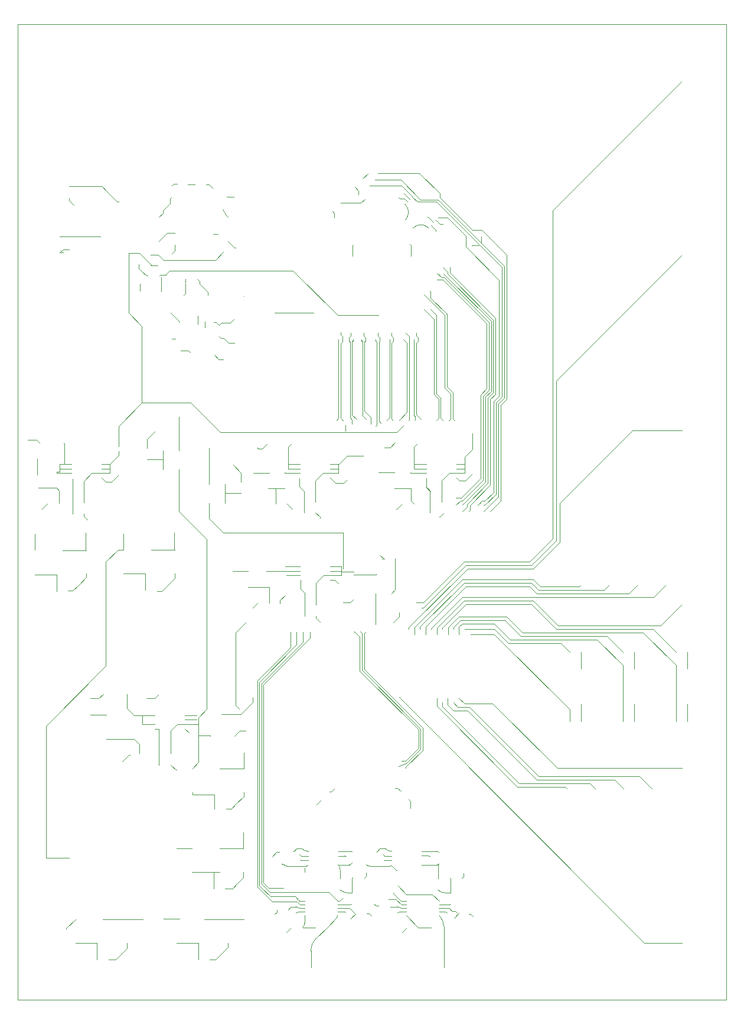
<source format=gbl>
G04 Layer_Physical_Order=4*
G04 Layer_Color=16711680*
%FSLAX23Y23*%
%MOIN*%
G70*
G01*
G75*
D12*
X1931Y1853D02*
Y2046D01*
X1943Y1858D02*
Y2067D01*
X2262Y1418D02*
Y1522D01*
X1931Y1853D02*
X2262Y1522D01*
X2274Y1413D02*
Y1527D01*
X1943Y1858D02*
X2274Y1527D01*
X2286Y1407D02*
Y1532D01*
X1955Y1863D02*
X2286Y1532D01*
X1955Y1863D02*
Y2065D01*
X2408Y4071D02*
X2660Y3819D01*
X2393Y4071D02*
X2408D01*
X2365Y4060D02*
X2366Y4059D01*
X2400D01*
X2648Y3811D01*
X2402Y4094D02*
X2404D01*
X2366Y4096D02*
X2368D01*
X2393Y4071D01*
X2439Y4099D02*
X2696Y3842D01*
Y3414D02*
Y3842D01*
X2668Y3386D02*
X2696Y3414D01*
X2668Y2901D02*
Y3386D01*
X2554Y2787D02*
X2668Y2901D01*
X2554Y2759D02*
Y2787D01*
X2546Y2751D02*
X2554Y2759D01*
X2425Y4093D02*
X2684Y3834D01*
Y3422D02*
Y3834D01*
X2654Y3392D02*
X2684Y3422D01*
X2654Y2911D02*
Y3392D01*
X2537Y2780D02*
Y2794D01*
X2654Y2911D01*
X2510Y2753D02*
X2537Y2780D01*
X2510Y2751D02*
Y2753D01*
X2648Y3445D02*
Y3811D01*
X2612Y3409D02*
X2648Y3445D01*
X2612Y2938D02*
Y3409D01*
X2504Y2830D02*
X2612Y2938D01*
X2472Y2830D02*
X2504D01*
X2660Y3437D02*
Y3819D01*
X2626Y3403D02*
X2660Y3437D01*
X2626Y2929D02*
Y3403D01*
X2510Y2813D02*
X2626Y2929D01*
X2499Y2813D02*
X2510D01*
X2474Y2789D02*
X2499Y2813D01*
X2404Y4094D02*
X2672Y3827D01*
Y3430D02*
Y3827D01*
X2640Y3398D02*
X2672Y3430D01*
X2640Y2920D02*
Y3398D01*
X2510Y2790D02*
X2640Y2920D01*
X2403Y4126D02*
Y4130D01*
X2439Y4099D02*
Y4128D01*
X2403Y4126D02*
X2425Y4104D01*
Y4093D02*
Y4104D01*
X2727Y3354D02*
X2760Y3387D01*
X2713Y3360D02*
X2746Y3393D01*
X2382Y4523D02*
Y4545D01*
X2267Y4660D02*
X2382Y4545D01*
X2565Y4340D02*
X2620D01*
X2382Y4523D02*
X2565Y4340D01*
X2032Y4660D02*
X2267D01*
X2727Y2814D02*
Y3354D01*
X2665Y2751D02*
X2727Y2814D01*
X2372Y4510D02*
X2675Y4207D01*
X2273Y4510D02*
X2372D01*
X2616Y4268D02*
Y4303D01*
X2016Y4621D02*
X2162D01*
X2273Y4510D01*
X2713Y2836D02*
Y3360D01*
X2629Y2752D02*
X2713Y2836D01*
X2257Y4498D02*
X2362D01*
X2228Y4527D02*
X2257Y4498D01*
X2564Y4252D02*
X2603D01*
X2166Y4590D02*
X2191Y4566D01*
X2228Y4528D01*
X1985Y4590D02*
X2166D01*
X2228Y4527D02*
Y4528D01*
X2699Y2850D02*
Y3366D01*
X2637Y2788D02*
X2699Y2850D01*
X2631Y2788D02*
X2637D01*
X2530Y4245D02*
Y4307D01*
X2428Y4409D02*
X2530Y4307D01*
X2374Y4409D02*
X2428D01*
X2685Y2859D02*
Y3371D01*
X2637Y2811D02*
X2685Y2859D01*
X2621Y2811D02*
X2637D01*
X2599Y2789D02*
X2621Y2811D01*
X2595Y2789D02*
X2599D01*
X2620Y4340D02*
X2760Y4200D01*
Y3387D02*
Y4200D01*
X2675Y4207D02*
X2746Y4136D01*
Y3393D02*
Y4136D01*
X2362Y4498D02*
X2732Y4128D01*
Y3399D02*
Y4128D01*
X2530Y4245D02*
X2718Y4057D01*
Y3404D02*
Y4057D01*
X2685Y3371D02*
X2718Y3404D01*
X2699Y3366D02*
X2732Y3399D01*
X1833Y3267D02*
X1835Y3265D01*
X1833Y3267D02*
Y3267D01*
X1823Y3762D02*
X1824Y3760D01*
X1824Y3700D02*
X1833Y3710D01*
X1824Y3279D02*
Y3700D01*
X1823Y3759D02*
Y3762D01*
Y3749D02*
Y3759D01*
Y3749D02*
X1833Y3739D01*
Y3710D02*
Y3739D01*
X1811Y3722D02*
X1811Y3721D01*
X1800Y3267D02*
X1811Y3279D01*
Y3721D01*
X1824Y3279D02*
X1835Y3267D01*
X1137Y3738D02*
X1145Y3730D01*
X1815Y555D02*
X1835Y575D01*
X1806Y555D02*
X1815D01*
X2165Y535D02*
X2192D01*
X1352Y636D02*
X1436Y551D01*
X2164Y555D02*
X2192D01*
X1367Y640D02*
X1374Y634D01*
X1426Y581D01*
X1422Y605D02*
X1756D01*
X1375Y651D02*
X1422Y605D01*
X2341Y593D02*
X2379Y555D01*
X1539Y1986D02*
Y2071D01*
X1352Y1798D02*
X1539Y1986D01*
X2093Y566D02*
X2134D01*
X2165Y535D01*
X1576Y551D02*
X1592Y535D01*
X1619D01*
X1502Y551D02*
X1576D01*
X1436D02*
X1502D01*
X1574Y2001D02*
Y2071D01*
X1363Y1790D02*
X1574Y2001D01*
X2120Y600D02*
Y601D01*
X1566Y581D02*
X1587Y559D01*
X2120Y600D02*
X2164Y555D01*
X1587Y559D02*
X1592Y555D01*
X1587Y559D02*
Y559D01*
X1592Y555D02*
X1619D01*
X1466Y581D02*
X1566D01*
X1426D02*
X1466D01*
X1609Y2016D02*
Y2071D01*
X1375Y1783D02*
X1609Y2016D01*
X1756Y605D02*
X1806Y555D01*
X1650Y2038D02*
Y2071D01*
X1394Y1782D02*
X1650Y2038D01*
X2146Y641D02*
X2194Y593D01*
X2341D01*
X1418Y630D02*
X1500D01*
X1352Y636D02*
Y1798D01*
X1363Y644D02*
Y1790D01*
Y644D02*
X1374Y634D01*
X1375Y651D02*
Y1783D01*
X1388Y660D02*
Y1776D01*
X1394Y1782D01*
X1388Y660D02*
X1418Y630D01*
X2178Y3722D02*
X2198Y3702D01*
Y3313D02*
Y3702D01*
X2190Y3759D02*
X2210Y3739D01*
Y3270D02*
Y3739D01*
X2152Y3267D02*
X2198Y3313D01*
X2208Y3267D02*
X2210Y3270D01*
X1876Y3281D02*
Y3708D01*
Y3281D02*
X1888Y3269D01*
Y3247D02*
Y3269D01*
X1888Y3296D02*
Y3711D01*
Y3296D02*
X1913Y3272D01*
X1958Y3319D02*
X1994Y3283D01*
X1958Y3319D02*
Y3708D01*
X1994Y3247D02*
Y3283D01*
X1940Y3714D02*
X1941Y3716D01*
X1946Y3711D01*
Y3294D02*
X1968Y3272D01*
X1946Y3294D02*
Y3711D01*
X1941Y3716D02*
Y3722D01*
X1963Y3713D02*
Y3731D01*
X1958Y3708D02*
X1963Y3713D01*
X1953Y3741D02*
Y3759D01*
Y3741D02*
X1963Y3731D01*
X2039Y3261D02*
Y3710D01*
Y3261D02*
X2051Y3250D01*
X2027Y3239D02*
Y3708D01*
X2021Y3232D02*
X2027Y3239D01*
X2042Y3713D02*
Y3731D01*
X2039Y3710D02*
X2042Y3713D01*
X2032Y3741D02*
Y3759D01*
Y3741D02*
X2042Y3731D01*
X2020Y3716D02*
X2027Y3708D01*
X2020Y3716D02*
Y3722D01*
X2019Y3714D02*
X2020Y3716D01*
X2292Y3977D02*
X2410Y3859D01*
X2329Y3957D02*
Y3993D01*
Y3957D02*
X2419Y3868D01*
X2422Y3864D01*
X2456Y3275D02*
Y3421D01*
X2465Y3266D02*
X2468D01*
X2456Y3275D02*
X2465Y3266D01*
X2422Y3455D02*
Y3864D01*
Y3455D02*
X2456Y3421D01*
X2327Y3995D02*
X2329Y3993D01*
X2444Y3275D02*
Y3416D01*
X2435Y3266D02*
X2444Y3275D01*
X2433Y3266D02*
X2435D01*
X2410Y3450D02*
X2444Y3416D01*
X2410Y3450D02*
Y3859D01*
X2362Y3417D02*
Y3859D01*
X2388Y3279D02*
Y3391D01*
Y3279D02*
X2399Y3267D01*
X2362Y3417D02*
X2388Y3391D01*
X2376Y3280D02*
Y3386D01*
X2364Y3267D02*
X2376Y3280D01*
X2350Y3412D02*
Y3835D01*
Y3412D02*
X2376Y3386D01*
X2330Y3891D02*
X2362Y3859D01*
X2294Y3891D02*
X2350Y3835D01*
X1871Y3731D02*
X1881Y3741D01*
Y3759D01*
X1888Y3711D02*
X1893Y3716D01*
Y3722D01*
Y3716D02*
X1894Y3714D01*
X2111Y3741D02*
Y3759D01*
Y3741D02*
X2121Y3731D01*
Y3713D02*
Y3731D01*
X2111Y3703D02*
X2121Y3713D01*
X2111Y3275D02*
X2118Y3267D01*
X2111Y3275D02*
Y3703D01*
X2083Y3267D02*
X2099Y3283D01*
Y3722D01*
X2249Y3299D02*
Y3703D01*
Y3741D02*
X2259Y3731D01*
X2249Y3703D02*
X2259Y3713D01*
X2249Y3741D02*
Y3759D01*
X2259Y3713D02*
Y3731D01*
X2237Y3294D02*
X2243Y3288D01*
X2237Y3294D02*
Y3722D01*
X2249Y3299D02*
X2276Y3272D01*
X2243Y3270D02*
Y3288D01*
X2241Y3267D02*
X2243Y3270D01*
X1871Y3713D02*
Y3731D01*
Y3713D02*
X1876Y3708D01*
X1145Y3730D02*
X1164D01*
X1955Y2065D02*
X1967Y2077D01*
X1934D02*
X1943Y2067D01*
X1900Y2077D02*
X1931Y2046D01*
X2190Y1305D02*
Y1311D01*
X2286Y1407D01*
X2150Y1315D02*
X2194Y1333D01*
X2274Y1413D01*
X2170Y1345D02*
X2170Y1345D01*
X2168Y1347D02*
X2191D01*
X2262Y1418D01*
X1900Y2074D02*
Y2077D01*
D15*
X3470Y3210D02*
X3750D01*
X3060Y2800D02*
X3470Y3210D01*
X3020Y4450D02*
X3750Y5180D01*
X3020Y2600D02*
Y4450D01*
X3040Y3490D02*
X3750Y4200D01*
X3040Y2590D02*
Y3490D01*
X2890Y2470D02*
X3020Y2600D01*
X2900Y2450D02*
X3040Y2590D01*
X3060Y2580D02*
Y2800D01*
X2910Y2430D02*
X3060Y2580D01*
X2540Y2430D02*
X2910D01*
X2530Y2450D02*
X2900D01*
X2520Y2470D02*
X2890D01*
X2950Y2330D02*
X3170D01*
X2910Y2370D02*
X2950Y2330D01*
X2900Y2350D02*
X2940Y2310D01*
X2530Y2330D02*
X2890D01*
X2930Y2290D01*
X3170Y2330D02*
X3180Y2340D01*
X3590Y2270D02*
X3660Y2340D01*
X2510Y2270D02*
X3590D01*
X3450Y2290D02*
X3500Y2340D01*
X2930Y2290D02*
X3450D01*
X3310Y2310D02*
X3340Y2340D01*
X2940Y2310D02*
X3310D01*
X2520Y2350D02*
X2900D01*
X2510Y2370D02*
X2910D01*
X3630Y2110D02*
X3750Y2230D01*
X2290Y2240D02*
X2520Y2470D01*
X2250Y2240D02*
X2290D01*
Y2210D02*
X2530Y2450D01*
X2280Y2210D02*
X2290D01*
X2208Y2098D02*
X2540Y2430D01*
X2240Y2100D02*
X2510Y2370D01*
X2271Y2101D02*
X2520Y2350D01*
X2303Y2102D02*
X2530Y2330D01*
X2208Y2090D02*
Y2098D01*
X2240Y2060D02*
Y2100D01*
X2271Y2090D02*
Y2101D01*
X2303Y2060D02*
Y2102D01*
X3585Y2090D02*
X3715Y1960D01*
X3040Y2090D02*
X3585D01*
X3050Y2110D02*
X3630D01*
X2910Y2250D02*
X3050Y2110D01*
X2520Y2250D02*
X2910D01*
X2900Y2230D02*
X3040Y2090D01*
X2530Y2230D02*
X2900D01*
X3715Y1570D02*
Y1885D01*
X3530Y2070D02*
X3715Y1885D01*
X2850Y2070D02*
X3530D01*
X3325Y2050D02*
X3415Y1960D01*
X2840Y2050D02*
X3325D01*
X2750Y2140D02*
X2840Y2050D01*
X3415Y1570D02*
Y1885D01*
X3270Y2030D02*
X3415Y1885D01*
X2780Y2030D02*
X3270D01*
X2690Y2120D02*
X2780Y2030D01*
X3065Y2010D02*
X3115Y1960D01*
X2770Y2010D02*
X3065D01*
X2690Y2090D02*
X2770Y2010D01*
X3115Y1570D02*
Y1635D01*
X2690Y2060D02*
X3115Y1635D01*
X2334Y2094D02*
X2510Y2270D01*
X2334Y2090D02*
Y2094D01*
X2366Y2096D02*
X2520Y2250D01*
X2366Y2060D02*
Y2096D01*
X2397Y2097D02*
X2530Y2230D01*
X2397Y2090D02*
Y2097D01*
X2760Y2160D02*
X2850Y2070D01*
X2490Y2160D02*
X2760D01*
X2429Y2099D02*
X2490Y2160D01*
X2429Y2060D02*
Y2099D01*
X2500Y2140D02*
X2750D01*
X2460Y2099D02*
X2500Y2140D01*
X2460Y2090D02*
Y2099D01*
X2510Y2120D02*
X2690D01*
X2491Y2102D02*
X2510Y2120D01*
X2491Y2060D02*
Y2102D01*
X2523Y2090D02*
X2690D01*
X2555Y2060D02*
X2690D01*
X3780Y1570D02*
Y1666D01*
Y1866D02*
Y1960D01*
X3480Y1866D02*
Y1960D01*
Y1570D02*
Y1666D01*
X3180Y1570D02*
Y1666D01*
Y1866D02*
Y1960D01*
X2820Y1200D02*
X3090D01*
X2365Y1655D02*
X2820Y1200D01*
X2365Y1655D02*
Y1700D01*
X2830Y1220D02*
X3230D01*
X2397Y1653D02*
X2830Y1220D01*
X2397Y1653D02*
Y1675D01*
X2540Y1630D02*
X2930Y1240D01*
X2460Y1630D02*
X2540D01*
X2428Y1662D02*
X2460Y1630D01*
X2428Y1662D02*
Y1700D01*
X2550Y1650D02*
X2940Y1260D01*
X2484Y1650D02*
X2550D01*
X2460Y1675D02*
X2484Y1650D01*
X3045Y1305D02*
X3750D01*
X2680Y1670D02*
X3045Y1305D01*
X2522Y1670D02*
X2680D01*
X2491Y1700D02*
X2522Y1670D01*
X3537Y320D02*
X3750D01*
X2152Y1705D02*
X3537Y320D01*
X3510Y1260D02*
X3580Y1190D01*
X2940Y1260D02*
X3510D01*
X3370Y1240D02*
X3420Y1190D01*
X2930Y1240D02*
X3370D01*
X3230Y1220D02*
X3260Y1190D01*
X3090Y1200D02*
X3100Y1190D01*
X1230Y2070D02*
X1290Y2130D01*
X1230Y1660D02*
Y2070D01*
Y1660D02*
X1250Y1640D01*
X1325Y1675D02*
Y1702D01*
X1260Y1610D02*
X1325Y1675D01*
X1150Y1610D02*
X1260D01*
X4000Y-0D02*
Y5500D01*
X1193D02*
X4000D01*
X0Y1681D02*
Y3650D01*
X753Y-0D02*
X4000D01*
X0D02*
Y1681D01*
Y-0D02*
X753D01*
X0Y5500D02*
X1193D01*
X0Y3650D02*
Y5500D01*
D16*
X2316Y4412D02*
G03*
X2314Y4413I-2J-2D01*
G01*
X1277Y3964D02*
G03*
X1279Y3963I2J2D01*
G01*
X1920Y4542D02*
G03*
X1921Y4543I-2J2D01*
G01*
X2182Y4545D02*
G03*
X2183Y4544I3J0D01*
G01*
X2545Y482D02*
X2558D01*
X1970Y485D02*
X1983D01*
X1462Y494D02*
Y507D01*
X1822Y4491D02*
X1937D01*
X1960Y4514D01*
X1450Y3872D02*
X1671D01*
X1673Y3875D01*
X809Y3994D02*
Y4071D01*
X1435Y805D02*
X1461Y831D01*
X1475D01*
X500Y4560D02*
X560Y4500D01*
X570D01*
X2316Y4412D02*
X2316Y4412D01*
X2316Y4412D02*
X2316Y4412D01*
X2316Y4412D02*
X2347Y4382D01*
X2465Y464D02*
X2490Y489D01*
X2183Y4544D02*
X2183Y4544D01*
X2214Y4513D01*
X1134Y3610D02*
X1161D01*
X1109Y3635D02*
X1134Y3610D01*
X690Y3995D02*
Y4031D01*
X697Y4038D01*
X2328Y2805D02*
Y2865D01*
Y2745D02*
Y2805D01*
X2303Y2890D02*
X2328Y2865D01*
X2393Y2807D02*
Y2926D01*
X2435Y2968D01*
X2475D01*
X2182Y4516D02*
X2200Y4499D01*
X2150Y4522D02*
X2156Y4516D01*
X2182D01*
X1924Y4540D02*
Y4560D01*
X1902Y4582D02*
X1924Y4560D01*
X1788Y4410D02*
Y4433D01*
X1776Y4445D02*
X1788Y4433D01*
X1948Y4628D02*
X1976Y4656D01*
X1190Y3704D02*
X1223D01*
X1164Y3730D02*
X1190Y3704D01*
X1199Y3815D02*
X1223Y3839D01*
X1183Y4527D02*
X1220D01*
X1180Y4530D02*
X1183Y4527D01*
X238Y4212D02*
X258D01*
X2305Y2892D02*
Y2940D01*
Y2892D02*
X2330Y2867D01*
X1591Y2892D02*
Y2940D01*
Y2892D02*
X1616Y2867D01*
X1595Y2315D02*
X1619Y2291D01*
X870Y4590D02*
X880Y4600D01*
X900D01*
X960Y4595D02*
X999D01*
X843Y4321D02*
X887D01*
X798Y4276D02*
X843Y4321D01*
X1186Y4276D02*
X1222Y4240D01*
X1230D01*
X947Y4042D02*
Y4063D01*
X1012D02*
X1026Y4049D01*
Y4036D02*
Y4049D01*
X684Y4122D02*
Y4145D01*
Y4122D02*
X697Y4109D01*
X725Y4081D02*
X734D01*
X697Y4109D02*
X725Y4081D01*
X1072Y3973D02*
Y3990D01*
X1026Y4036D02*
X1072Y3990D01*
X937Y3973D02*
X947Y3983D01*
X1058Y3790D02*
Y3823D01*
X1060Y3825D01*
X910Y3820D02*
Y3826D01*
X862Y3874D02*
X910Y3826D01*
X1956Y686D02*
X1965Y695D01*
Y715D01*
X2170Y380D02*
X2196Y406D01*
X1518Y380D02*
X1544Y406D01*
X2515Y694D02*
Y714D01*
X2506Y685D02*
X2515Y694D01*
X2378Y515D02*
X2435D01*
X2450Y500D01*
X2470D01*
X2480Y490D01*
X1806Y515D02*
X1873D01*
X1905Y484D01*
X2022Y528D02*
X2035D01*
X2010Y540D02*
X2022Y528D01*
X1983Y485D02*
X1995Y474D01*
X1450Y482D02*
X1462Y494D01*
X2558Y482D02*
X2570Y470D01*
X1880Y459D02*
X1905Y484D01*
X1880Y455D02*
Y459D01*
X2465Y460D02*
Y464D01*
X1723Y2968D02*
X1763D01*
X1681Y2926D02*
X1723Y2968D01*
X1681Y2807D02*
Y2867D01*
Y2926D01*
X1616Y2747D02*
Y2807D01*
Y2867D01*
X1595Y2315D02*
Y2365D01*
X1810Y3019D02*
X1813D01*
X2136Y730D02*
X2140D01*
X2110Y756D02*
X2136Y730D01*
X1620Y720D02*
Y744D01*
D17*
X2380Y830D02*
G03*
X2364Y837I-16J-16D01*
G01*
X2029Y836D02*
G03*
X2026Y830I6J-6D01*
G01*
X2075Y851D02*
G03*
X2109Y837I34J34D01*
G01*
X2075Y851D02*
G03*
X2109Y837I34J34D01*
G01*
X2075Y851D02*
G03*
X2109Y837I34J34D01*
G01*
X2075Y851D02*
G03*
X2109Y837I34J34D01*
G01*
X2075Y851D02*
G03*
X2109Y837I34J34D01*
G01*
X2075Y851D02*
G03*
X2109Y837I34J34D01*
G01*
X2075Y851D02*
G03*
X2109Y837I34J34D01*
G01*
X2075Y851D02*
G03*
X2109Y837I34J34D01*
G01*
X1559Y837D02*
G03*
X1556Y831I6J-6D01*
G01*
X1604Y851D02*
G03*
X1638Y837I34J34D01*
G01*
X1604Y851D02*
G03*
X1638Y837I34J34D01*
G01*
X1604Y851D02*
G03*
X1638Y837I34J34D01*
G01*
X1604Y851D02*
G03*
X1638Y837I34J34D01*
G01*
X1604Y851D02*
G03*
X1638Y837I34J34D01*
G01*
X1604Y851D02*
G03*
X1638Y837I34J34D01*
G01*
X1604Y851D02*
G03*
X1638Y837I34J34D01*
G01*
X1604Y851D02*
G03*
X1638Y837I34J34D01*
G01*
X2493Y2927D02*
X2525D01*
X2384Y2722D02*
X2408Y2746D01*
X2044Y2507D02*
X2066Y2485D01*
X1481Y2251D02*
X1510Y2280D01*
X1155Y4455D02*
X1175Y4422D01*
X773Y1699D02*
X798Y1724D01*
X726Y1699D02*
X773D01*
X1253Y1516D02*
X1285D01*
X1381Y3107D02*
X1411Y3137D01*
X1357Y3107D02*
X1381D01*
X1353Y3111D02*
X1357Y3107D01*
X579Y251D02*
X616Y288D01*
Y318D01*
X553Y225D02*
X579Y251D01*
X513Y225D02*
X553D01*
X1143Y251D02*
X1187Y295D01*
Y319D01*
X1118Y226D02*
X1143Y251D01*
X1084Y226D02*
X1118D01*
X1237Y651D02*
X1274Y688D01*
Y719D01*
X1212Y626D02*
X1237Y651D01*
X1171Y626D02*
X1212D01*
X1231Y1102D02*
X1275Y1146D01*
Y1169D01*
X1205Y1076D02*
X1231Y1102D01*
X1176Y1076D02*
X1205D01*
X1223Y1486D02*
X1253Y1516D01*
X591Y1341D02*
X628Y1378D01*
X633D01*
X411Y1699D02*
X458D01*
X483Y1724D01*
X56Y3155D02*
X108D01*
X124Y3139D01*
X530Y2920D02*
X569Y2959D01*
X512Y2920D02*
X530D01*
X511Y2919D02*
X512Y2920D01*
X497Y2919D02*
X511D01*
X474Y2942D02*
X497Y2919D01*
X138Y2765D02*
Y2767D01*
X169Y2798D01*
X374Y2726D02*
X394Y2706D01*
X374Y2726D02*
Y2739D01*
X342Y2337D02*
X387Y2382D01*
Y2401D01*
X311Y2306D02*
X342Y2337D01*
X284Y2306D02*
X311D01*
X851Y2339D02*
X887Y2375D01*
Y2401D01*
X814Y2302D02*
X851Y2339D01*
X787Y2302D02*
X814D01*
X1684Y2152D02*
X1707Y2129D01*
X1684Y2152D02*
Y2161D01*
X1481Y2231D02*
Y2251D01*
X1328Y2209D02*
X1354Y2235D01*
Y2236D01*
X2120Y2125D02*
X2156Y2161D01*
X2154D02*
Y2181D01*
X1791Y2365D02*
X1811Y2345D01*
X1763Y2365D02*
X1791D01*
X2055Y2485D02*
X2069D01*
X1706Y2717D02*
Y2722D01*
X1681Y2747D02*
X1706Y2722D01*
X2381Y2722D02*
X2384D01*
X2138Y2767D02*
X2141D01*
X2170Y2796D01*
X2525Y2927D02*
X2565Y2967D01*
X2478Y2942D02*
X2493Y2927D01*
X2475Y2942D02*
X2478D01*
X2069Y3114D02*
X2102D01*
X2130Y3142D01*
X1841Y2912D02*
X1861Y2932D01*
X1793Y2912D02*
X1841D01*
X1763Y2942D02*
X1793Y2912D01*
X1548Y2767D02*
Y2768D01*
X1521Y2795D02*
X1548Y2768D01*
X1599Y810D02*
X1639D01*
X1559Y837D02*
X1573Y852D01*
X2062Y818D02*
X2070Y810D01*
X2110D01*
X2029Y836D02*
X2043Y851D01*
X2130Y1193D02*
X2144D01*
X2162Y1175D01*
X2208Y1129D02*
X2218Y1119D01*
Y1080D02*
Y1119D01*
X1688Y1099D02*
X1714Y1125D01*
X1760Y1171D02*
X1769D01*
X1791Y1193D01*
X1875Y2240D02*
X1895Y2260D01*
X1835Y2240D02*
X1875D01*
X2043Y851D02*
X2075D01*
X2109Y837D02*
X2110D01*
X1591Y818D02*
X1599Y810D01*
X1559Y837D02*
X1559Y837D01*
X1572Y851D02*
X1604D01*
X1638Y837D02*
X1639D01*
X1809D02*
X1888D01*
D21*
X1591Y496D02*
G03*
X1571Y488I0J-28D01*
G01*
Y524D02*
G03*
X1591Y515I20J20D01*
G01*
X2144Y524D02*
G03*
X2163Y516I20J20D01*
G01*
X1854Y491D02*
G03*
X1842Y496I-12J-12D01*
G01*
X2427Y488D02*
G03*
X2407Y496I-20J-20D01*
G01*
X2163D02*
G03*
X2144Y488I0J-28D01*
G01*
X1881Y535D02*
G03*
X1886Y538I-0J8D01*
G01*
X1881Y535D02*
G03*
X1886Y538I-0J8D01*
G01*
X1881Y535D02*
G03*
X1886Y538I-0J8D01*
G01*
X1881Y535D02*
G03*
X1886Y538I-0J8D01*
G01*
X2439Y535D02*
G03*
X2443Y537I-0J5D01*
G01*
X2439Y535D02*
G03*
X2443Y537I-0J5D01*
G01*
X2439Y535D02*
G03*
X2443Y537I-0J5D01*
G01*
X2439Y535D02*
G03*
X2443Y537I-0J5D01*
G01*
X2439Y535D02*
G03*
X2443Y537I-0J5D01*
G01*
X2439Y535D02*
G03*
X2443Y537I-0J5D01*
G01*
X2439Y535D02*
G03*
X2443Y537I-0J5D01*
G01*
X2439Y535D02*
G03*
X2443Y537I0J5D01*
G01*
X1881Y535D02*
G03*
X1886Y538I-0J8D01*
G01*
X1881Y535D02*
G03*
X1886Y538I0J8D01*
G01*
X1881Y535D02*
G03*
X1886Y538I-0J8D01*
G01*
X1881Y535D02*
G03*
X1886Y538I-0J8D01*
G01*
X2163Y496D02*
X2192D01*
X1591Y496D02*
X1619D01*
X2163Y516D02*
X2192D01*
X1541Y524D02*
X1571D01*
X1591Y515D02*
X1619D01*
X1596Y788D02*
X1598Y786D01*
X702Y1553D02*
Y1604D01*
Y1553D02*
X773D01*
X688Y1388D02*
Y1439D01*
X658Y1469D02*
X688Y1439D01*
X1020Y1490D02*
X1088D01*
X1825Y2416D02*
Y2442D01*
X803Y4085D02*
X833D01*
X799Y4081D02*
X803Y4085D01*
X833D02*
X835D01*
X749Y4145D02*
X754Y4140D01*
X790D01*
X2220Y2811D02*
X2235Y2796D01*
X2220Y2811D02*
Y2882D01*
X2128D02*
X2220D01*
X2127Y2883D02*
X2128Y2882D01*
X2218Y2968D02*
X2305D01*
X2237Y3116D02*
X2258Y3137D01*
X2237Y3019D02*
Y3116D01*
X2218Y2968D02*
Y2972D01*
X2237Y2993D02*
X2305D01*
X2237D02*
Y3019D01*
X2305D01*
X2522Y3059D02*
X2565Y3102D01*
X2522Y3019D02*
Y3059D01*
Y2993D02*
Y3019D01*
X2475Y2968D02*
X2522D01*
Y2993D01*
X2475D02*
X2522D01*
X2475Y3019D02*
X2522D01*
X2221Y4194D02*
Y4251D01*
X2212Y4260D02*
X2221Y4251D01*
X1889D02*
X1898Y4260D01*
X1889Y4194D02*
Y4251D01*
X2360Y4395D02*
X2383Y4372D01*
X2400D01*
X2359Y4332D02*
Y4340D01*
X2332Y4367D02*
X2359Y4340D01*
X1105Y3820D02*
X1120D01*
X1137Y3803D01*
X1149Y3815D02*
X1199D01*
X1137Y3803D02*
X1149Y3815D01*
X860Y4490D02*
Y4515D01*
X870Y4525D01*
X820Y4450D02*
X860Y4490D01*
X820Y4433D02*
Y4450D01*
X798Y4411D02*
X820Y4433D01*
X870Y3725D02*
X890D01*
X964Y3660D02*
X974Y3650D01*
X920Y3660D02*
X964D01*
X887Y4222D02*
Y4256D01*
X870Y4205D02*
X887Y4222D01*
X1080Y4595D02*
X1100Y4575D01*
X1064Y4595D02*
X1080D01*
X1102Y4315D02*
X1130D01*
X947Y3983D02*
Y4036D01*
X1015Y3810D02*
Y3856D01*
X1806Y496D02*
X1842D01*
X2379D02*
X2407D01*
X1525Y507D02*
X1541Y524D01*
X2104Y524D02*
X2144D01*
X2379Y535D02*
X2439D01*
X1806D02*
X1881D01*
X773Y1527D02*
X798D01*
Y1324D02*
Y1389D01*
Y1454D01*
X863Y1389D02*
Y1454D01*
X943Y1527D02*
X965Y1506D01*
X658Y1604D02*
X701D01*
X943Y1578D02*
X1010D01*
X943Y1604D02*
X1010D01*
X798Y1454D02*
Y1527D01*
X863Y1454D02*
Y1516D01*
X900Y1553D02*
X943D01*
X863Y1516D02*
X900Y1553D01*
X943D02*
X1020D01*
X1088Y1486D02*
Y1490D01*
X863Y1324D02*
X892Y1295D01*
X895D01*
X1525Y3019D02*
X1593D01*
X1525Y2993D02*
Y3019D01*
Y2993D02*
X1593D01*
X1506Y2968D02*
Y2972D01*
X730Y3110D02*
Y3160D01*
X775Y3205D01*
X1260Y2920D02*
Y2970D01*
X1215Y3015D02*
X1260Y2970D01*
X1525Y3019D02*
Y3116D01*
X1546Y3137D01*
X1506Y2968D02*
X1593D01*
X1413Y2883D02*
X1414Y2882D01*
X1456Y2795D02*
Y2876D01*
X1414Y2882D02*
X1450D01*
X1506D01*
X1450D02*
X1456Y2876D01*
X2111Y2290D02*
X2130Y2314D01*
X2019Y2288D02*
X2021Y2290D01*
X1763Y2391D02*
X1825D01*
X1763Y2442D02*
X1825D01*
Y2414D02*
Y2416D01*
X1684Y2226D02*
Y2291D01*
X1619Y2161D02*
Y2226D01*
Y2291D01*
X1515Y2391D02*
X1593D01*
X1510Y2442D02*
X1593D01*
X1510Y2416D02*
X1593D01*
X1763Y3019D02*
X1810D01*
X1763Y2993D02*
X1810D01*
Y2968D02*
Y2993D01*
X1763Y2968D02*
X1810D01*
Y2993D02*
Y3019D01*
X1813D02*
X1861Y3067D01*
X1725Y2391D02*
X1763D01*
X1684Y2291D02*
Y2350D01*
X1725Y2391D01*
X1825D02*
Y2414D01*
X1763Y2416D02*
X1825D01*
X1598Y786D02*
X1639D01*
D22*
X1857Y805D02*
G03*
X1845Y810I-12J-12D01*
G01*
X2329Y806D02*
G03*
X2316Y811I-12J-12D01*
G01*
X1609Y407D02*
G03*
X1619Y431I-24J24D01*
G01*
X1609Y407D02*
G03*
X1619Y431I-24J24D01*
G01*
X1609Y407D02*
G03*
X1619Y431I-24J24D01*
G01*
X1609Y407D02*
G03*
X1619Y431I-24J24D01*
G01*
X1684Y346D02*
G03*
X1655Y275I71J-71D01*
G01*
X1800Y461D02*
G03*
X1806Y474I-15J15D01*
G01*
X2405Y413D02*
G03*
X2381Y474I-89J-0D01*
G01*
X1820Y733D02*
G03*
X1809Y760I-38J0D01*
G01*
X1820Y733D02*
G03*
X1809Y760I-38J0D01*
G01*
X1820Y733D02*
G03*
X1809Y760I-38J0D01*
G01*
X1820Y733D02*
G03*
X1809Y760I-38J0D01*
G01*
X1872Y760D02*
G03*
X1889Y770I-0J18D01*
G01*
X1872Y760D02*
G03*
X1889Y770I-0J18D01*
G01*
X1872Y760D02*
G03*
X1889Y770I-0J18D01*
G01*
X1872Y760D02*
G03*
X1889Y770I-0J18D01*
G01*
X1820Y619D02*
G03*
X1860Y603I39J39D01*
G01*
X1892Y686D02*
G03*
X1886Y672I14J-14D01*
G01*
X2373Y618D02*
G03*
X2411Y602I38J38D01*
G01*
X2373Y618D02*
G03*
X2411Y602I38J38D01*
G01*
X2373Y618D02*
G03*
X2411Y602I38J38D01*
G01*
X2373Y618D02*
G03*
X2411Y602I38J38D01*
G01*
X2443Y682D02*
G03*
X2442Y686I-5J-0D01*
G01*
X2443Y682D02*
G03*
X2442Y686I-5J-0D01*
G01*
X2443Y682D02*
G03*
X2442Y686I-5J-0D01*
G01*
X2443Y682D02*
G03*
X2442Y686I-5J-0D01*
G01*
X2443Y682D02*
G03*
X2442Y686I-5J-0D01*
G01*
X2443Y682D02*
G03*
X2442Y686I-5J0D01*
G01*
X2443Y682D02*
G03*
X2442Y686I-5J-0D01*
G01*
X2443Y682D02*
G03*
X2442Y686I-5J-0D01*
G01*
X2373Y618D02*
G03*
X2411Y602I38J38D01*
G01*
X2373Y618D02*
G03*
X2411Y602I38J38D01*
G01*
X2373Y618D02*
G03*
X2411Y602I38J38D01*
G01*
X2373Y618D02*
G03*
X2411Y602I38J38D01*
G01*
X1872Y760D02*
G03*
X1889Y770I-0J18D01*
G01*
X1872Y760D02*
G03*
X1889Y770I0J18D01*
G01*
X1872Y760D02*
G03*
X1889Y770I-0J18D01*
G01*
X1872Y760D02*
G03*
X1889Y770I-0J18D01*
G01*
X1820Y733D02*
G03*
X1809Y760I-38J0D01*
G01*
X1820Y733D02*
G03*
X1809Y760I-38J0D01*
G01*
X1820Y733D02*
G03*
X1809Y760I-38J0D01*
G01*
X1820Y733D02*
G03*
X1809Y760I-38J0D01*
G01*
X1609Y407D02*
G03*
X1619Y431I-24J24D01*
G01*
X1609Y407D02*
G03*
X1619Y431I-24J24D01*
G01*
X1609Y407D02*
G03*
X1619Y431I-24J24D01*
G01*
X1609Y407D02*
G03*
X1619Y431I-24J24D01*
G01*
X2367Y760D02*
G03*
X2373Y761I0J18D01*
G01*
X2367Y760D02*
G03*
X2373Y761I-0J18D01*
G01*
X2367Y760D02*
G03*
X2373Y761I-0J18D01*
G01*
X2367Y760D02*
G03*
X2373Y761I-0J18D01*
G01*
X2367Y760D02*
G03*
X2373Y761I-0J18D01*
G01*
X2367Y760D02*
G03*
X2373Y761I-0J18D01*
G01*
X2367Y760D02*
G03*
X2373Y761I-0J18D01*
G01*
X2367Y760D02*
G03*
X2373Y761I-0J18D01*
G01*
D02*
G03*
X2380Y765I-6J17D01*
G01*
X2373Y761D02*
G03*
X2380Y765I-6J17D01*
G01*
X2373Y761D02*
G03*
X2380Y765I-6J17D01*
G01*
X2373Y761D02*
G03*
X2380Y765I-6J17D01*
G01*
X2373Y761D02*
G03*
X2380Y765I-6J17D01*
G01*
X2373Y761D02*
G03*
X2380Y765I-6J17D01*
G01*
X2373Y761D02*
G03*
X2380Y765I-6J17D01*
G01*
X2380D02*
G03*
X2379Y763I2J-2D01*
G01*
X2380Y765D02*
G03*
X2379Y763I2J-2D01*
G01*
X2380Y765D02*
G03*
X2379Y763I2J-2D01*
G01*
X2373Y761D02*
G03*
X2380Y765I-6J17D01*
G01*
X2380D02*
G03*
X2379Y763I2J-2D01*
G01*
X2380Y765D02*
G03*
X2379Y763I2J-2D01*
G01*
X2380Y765D02*
G03*
X2379Y763I2J-2D01*
G01*
X2380Y765D02*
G03*
X2379Y763I2J-2D01*
G01*
X2380Y765D02*
G03*
X2379Y763I2J-2D01*
G01*
X1967Y761D02*
G03*
X1990Y752I22J22D01*
G01*
X1967Y761D02*
G03*
X1990Y752I22J22D01*
G01*
X1967Y761D02*
G03*
X1990Y752I22J22D01*
G01*
X1967Y761D02*
G03*
X1990Y752I22J22D01*
G01*
X1967Y761D02*
G03*
X1990Y752I22J22D01*
G01*
X1967Y761D02*
G03*
X1990Y752I22J22D01*
G01*
X1967Y761D02*
G03*
X1990Y752I22J22D01*
G01*
X1967Y761D02*
G03*
X1990Y752I22J22D01*
G01*
X2101D02*
G03*
X2110Y756I-0J14D01*
G01*
X2101Y752D02*
G03*
X2110Y756I-0J14D01*
G01*
X2101Y752D02*
G03*
X2110Y756I-0J14D01*
G01*
X2101Y752D02*
G03*
X2110Y756I-0J14D01*
G01*
X2101Y752D02*
G03*
X2110Y756I-0J14D01*
G01*
X2101Y752D02*
G03*
X2110Y756I-0J14D01*
G01*
X2101Y752D02*
G03*
X2110Y756I-0J14D01*
G01*
X2101Y752D02*
G03*
X2110Y756I-0J14D01*
G01*
X1490Y766D02*
G03*
X1496Y762I15J15D01*
G01*
X1496Y762D02*
G03*
X1505Y760I9J19D01*
G01*
X1490Y766D02*
G03*
X1496Y762I15J15D01*
G01*
X1490Y766D02*
G03*
X1496Y762I15J15D01*
G01*
X1490Y766D02*
G03*
X1496Y762I15J15D01*
G01*
X1496Y762D02*
G03*
X1505Y760I9J19D01*
G01*
X1496Y762D02*
G03*
X1505Y760I9J19D01*
G01*
X1496Y762D02*
G03*
X1505Y760I9J19D01*
G01*
X1496Y762D02*
G03*
X1518Y753I22J23D01*
G01*
X1496Y762D02*
G03*
X1518Y753I22J23D01*
G01*
X1496Y762D02*
G03*
X1518Y753I22J23D01*
G01*
X1490Y766D02*
G03*
X1496Y762I15J15D01*
G01*
X1495Y762D02*
G03*
X1496Y762I22J22D01*
G01*
X1495Y762D02*
G03*
X1496Y762I22J22D01*
G01*
X1490Y766D02*
G03*
X1496Y762I15J15D01*
G01*
X1490Y766D02*
G03*
X1496Y762I15J15D01*
G01*
X1490Y766D02*
G03*
X1496Y762I15J15D01*
G01*
X1495Y762D02*
G03*
X1496Y762I22J22D01*
G01*
X1495Y762D02*
G03*
X1496Y762I22J22D01*
G01*
X1495Y762D02*
G03*
X1496Y762I22J22D01*
G01*
X1495Y762D02*
G03*
X1496Y762I22J22D01*
G01*
X1495Y762D02*
G03*
X1496Y762I22J22D01*
G01*
X1495Y762D02*
G03*
X1496Y762I22J22D01*
G01*
D02*
G03*
X1518Y753I22J23D01*
G01*
X1496Y762D02*
G03*
X1518Y753I22J23D01*
G01*
X1496Y762D02*
G03*
X1518Y753I22J23D01*
G01*
X1629D02*
G03*
X1638Y757I-0J14D01*
G01*
X1629Y753D02*
G03*
X1638Y757I-0J14D01*
G01*
X1496Y762D02*
G03*
X1505Y760I9J19D01*
G01*
X1496Y762D02*
G03*
X1505Y760I9J19D01*
G01*
X1496Y762D02*
G03*
X1505Y760I9J19D01*
G01*
X1496Y762D02*
G03*
X1518Y753I22J23D01*
G01*
X1496Y762D02*
G03*
X1518Y753I22J23D01*
G01*
X1496Y762D02*
G03*
X1505Y760I9J19D01*
G01*
X1629Y753D02*
G03*
X1638Y757I-0J14D01*
G01*
X1629Y753D02*
G03*
X1638Y757I-0J14D01*
G01*
X1629Y753D02*
G03*
X1638Y757I-0J14D01*
G01*
X1629Y753D02*
G03*
X1638Y757I-0J14D01*
G01*
X1629Y753D02*
G03*
X1638Y757I-0J14D01*
G01*
X1629Y753D02*
G03*
X1638Y757I-0J14D01*
G01*
X2405Y181D02*
Y413D01*
X1684Y346D02*
X1745Y406D01*
X2192Y476D02*
X2261Y407D01*
X1820Y684D02*
Y733D01*
X1745Y406D02*
X1800Y461D01*
X1655Y181D02*
Y275D01*
X1809Y810D02*
X1845D01*
X2280Y811D02*
X2316D01*
X2443Y602D02*
Y682D01*
X2411Y602D02*
X2443D01*
X1886Y603D02*
Y672D01*
X1860Y603D02*
X1886D01*
X1809Y760D02*
X1872D01*
X2261Y407D02*
X2332D01*
X1619Y431D02*
Y476D01*
X1609Y407D02*
X1681D01*
X474Y2968D02*
X520D01*
X474Y3019D02*
X520D01*
Y2968D02*
Y2993D01*
Y3019D01*
X474Y2993D02*
X520D01*
Y3019D02*
X569Y3068D01*
Y3094D01*
X418Y2968D02*
X474D01*
X374Y2924D02*
X418Y2968D01*
X374Y2804D02*
Y2869D01*
Y2924D01*
X309Y2739D02*
Y2804D01*
Y2869D01*
Y2937D01*
X116Y2885D02*
X219D01*
X234Y2798D02*
Y2870D01*
X219Y2885D02*
X234Y2870D01*
X259Y3139D02*
X263Y3135D01*
X219Y2968D02*
Y2975D01*
X235D01*
Y2993D02*
Y3019D01*
Y2993D02*
X304D01*
X263Y3019D02*
Y3135D01*
X235Y3019D02*
X263D01*
X304D01*
X219Y2968D02*
X304D01*
X235Y2975D02*
Y2993D01*
X2280Y837D02*
X2364D01*
X2068Y786D02*
X2110D01*
X2280Y760D02*
X2365D01*
X2373Y683D02*
Y761D01*
Y763D01*
X1990Y752D02*
X2101D01*
X1518Y753D02*
X1629D01*
D24*
X2318Y4352D02*
G03*
X2231Y4350I-42J-44D01*
G01*
X2189Y4396D02*
G03*
X2186Y4485I-46J43D01*
G01*
X794Y4200D02*
X824Y4170D01*
X1115D01*
X750Y4200D02*
X794D01*
X1115Y4170D02*
X1160Y4215D01*
X1175Y4422D02*
X1186Y4411D01*
D26*
X2619Y3533D02*
D03*
X1262D02*
D03*
X2619Y1957D02*
D03*
X1262D02*
D03*
D27*
X238Y4212D02*
X256Y4230D01*
X290D01*
X475Y4585D02*
X500Y4560D01*
X290Y4585D02*
X475D01*
X290Y4505D02*
Y4520D01*
Y4505D02*
X315Y4480D01*
X833Y4085D02*
X858Y4110D01*
X1554D02*
X1806Y3858D01*
X2036D01*
X858Y4110D02*
X1554D01*
X238Y4302D02*
X290D01*
X468D01*
X382Y2536D02*
Y2631D01*
X252Y2532D02*
X387D01*
X882Y2536D02*
Y2631D01*
X752Y2536D02*
X887D01*
X1895Y2395D02*
X2024D01*
X1825Y2414D02*
X1895D01*
X2019Y2181D02*
Y2288D01*
X382Y2631D02*
X382Y2631D01*
X882Y2631D02*
X882Y2631D01*
X984Y719D02*
X1106D01*
X1139D01*
X1106Y626D02*
Y719D01*
X1139Y854D02*
X1274D01*
X326Y318D02*
X448D01*
Y225D02*
Y318D01*
X481Y453D02*
X616D01*
X1052Y454D02*
X1187D01*
X897Y319D02*
X1019D01*
Y226D02*
Y319D01*
X1111Y1076D02*
Y1155D01*
X985D02*
Y1169D01*
X618Y1644D02*
Y1724D01*
Y1644D02*
X658Y1604D01*
X1080Y2905D02*
Y3015D01*
X1170Y2855D02*
X1260D01*
X1170Y2800D02*
Y2905D01*
X1080Y3015D02*
Y3110D01*
X1080Y3110D02*
X1080Y3110D01*
X910Y3095D02*
Y3205D01*
X730Y3045D02*
X815D01*
X820Y2990D02*
Y3095D01*
X569Y3119D02*
X569Y3119D01*
X910Y3205D02*
Y3286D01*
X911Y3287D01*
X2130Y2314D02*
Y2485D01*
X1301Y2325D02*
X1404D01*
X1419D01*
Y2236D02*
Y2325D01*
X1404Y2415D02*
X1510D01*
X2024Y2395D02*
Y2398D01*
X219Y2304D02*
Y2397D01*
X97D02*
X219D01*
X719Y2308D02*
Y2401D01*
X597D02*
X719D01*
D28*
X1811Y3722D02*
D03*
X1800Y3267D02*
D03*
X1823Y3759D02*
D03*
X1835Y3267D02*
D03*
X1539Y2071D02*
D03*
X2093Y566D02*
D03*
X1574Y2071D02*
D03*
X2120Y601D02*
D03*
X1609Y2071D02*
D03*
X1650D02*
D03*
X2146Y631D02*
D03*
X1596Y783D02*
D03*
X1997Y912D02*
D03*
X2190Y3759D02*
D03*
X2178Y3722D02*
D03*
X1994Y3249D02*
D03*
X1941Y3722D02*
D03*
X1968Y3272D02*
D03*
X1953Y3759D02*
D03*
X2032D02*
D03*
X2053Y3251D02*
D03*
X2024Y3234D02*
D03*
X2020Y3722D02*
D03*
X1913Y3272D02*
D03*
X2468Y3266D02*
D03*
X2327Y3995D02*
D03*
X2292Y3977D02*
D03*
X2433Y3266D02*
D03*
X2399Y3267D02*
D03*
X2364D02*
D03*
X2330Y3891D02*
D03*
X2294D02*
D03*
X2297Y407D02*
D03*
X1645D02*
D03*
X1596Y818D02*
D03*
X2218Y1080D02*
D03*
X1683Y1093D02*
D03*
X1450Y3872D02*
D03*
X2062Y818D02*
D03*
X2075Y851D02*
D03*
X2065Y783D02*
D03*
X1922Y912D02*
D03*
X1848Y852D02*
D03*
X1604D02*
D03*
X2130Y1193D02*
D03*
X1784Y1200D02*
D03*
X1888Y3247D02*
D03*
X2111Y3759D02*
D03*
X2099Y3722D02*
D03*
X2118Y3267D02*
D03*
X2083D02*
D03*
X2152D02*
D03*
X2208D02*
D03*
X2276D02*
D03*
X2241D02*
D03*
X2249Y3759D02*
D03*
X2237Y3722D02*
D03*
X1893D02*
D03*
X1881Y3759D02*
D03*
X1967Y2077D02*
D03*
X1934D02*
D03*
X1900D02*
D03*
X2190Y1305D02*
D03*
X2150Y1315D02*
D03*
X2168Y1347D02*
D03*
D29*
X290Y4230D02*
D03*
X3750Y3210D02*
D03*
Y5180D02*
D03*
Y4200D02*
D03*
Y2230D02*
D03*
X2250Y2240D02*
D03*
X2280Y2210D02*
D03*
X2334Y2090D02*
D03*
X2208D02*
D03*
X2240Y2060D02*
D03*
X2271Y2090D02*
D03*
X2303Y2060D02*
D03*
X3660Y2340D02*
D03*
X3500D02*
D03*
X3340D02*
D03*
X3180D02*
D03*
X2366Y2060D02*
D03*
X2397Y2090D02*
D03*
X2429Y2060D02*
D03*
X2460Y2090D02*
D03*
X2491Y2060D02*
D03*
X2523Y2090D02*
D03*
X2555Y2060D02*
D03*
X2152Y1705D02*
D03*
X3750Y1305D02*
D03*
Y320D02*
D03*
X3580Y1190D02*
D03*
X3420D02*
D03*
X3260D02*
D03*
X3100D02*
D03*
X2491Y1700D02*
D03*
X3100Y2620D02*
D03*
X3260D02*
D03*
X3430D02*
D03*
X3590D02*
D03*
X3100Y2400D02*
D03*
X3260D02*
D03*
X3430D02*
D03*
X3590D02*
D03*
X3205Y2720D02*
D03*
X3305D02*
D03*
X3405D02*
D03*
X3505D02*
D03*
X3660Y910D02*
D03*
X3500D02*
D03*
X3330D02*
D03*
X3170D02*
D03*
X3660Y1130D02*
D03*
X3500D02*
D03*
X3330D02*
D03*
X3170D02*
D03*
X3255Y810D02*
D03*
X3355D02*
D03*
X3455D02*
D03*
X3555D02*
D03*
X3750Y119D02*
D03*
Y459D02*
D03*
Y1104D02*
D03*
Y1444D02*
D03*
Y2088D02*
D03*
Y2428D02*
D03*
Y3072D02*
D03*
Y3412D02*
D03*
Y4056D02*
D03*
Y4396D02*
D03*
Y5041D02*
D03*
Y5381D02*
D03*
X2439Y4128D02*
D03*
X2546Y2751D02*
D03*
X2403Y4130D02*
D03*
X2510Y2751D02*
D03*
X2365Y4060D02*
D03*
X2472Y2830D02*
D03*
X2366Y4096D02*
D03*
X2474Y2789D02*
D03*
X2402Y4094D02*
D03*
X2510Y2790D02*
D03*
X2032Y4660D02*
D03*
X2665Y2751D02*
D03*
X2016Y4621D02*
D03*
X2629Y2752D02*
D03*
X1985Y4590D02*
D03*
X2631Y2788D02*
D03*
X2530Y4291D02*
D03*
X2595Y2789D02*
D03*
X2460Y1675D02*
D03*
X2397D02*
D03*
X2428Y1700D02*
D03*
X2365D02*
D03*
X1835Y575D02*
D03*
X1502Y551D02*
D03*
X1466Y581D02*
D03*
X1500Y630D02*
D03*
X1466Y2054D02*
D03*
X1452Y1702D02*
D03*
X1325D02*
D03*
X1452Y3634D02*
D03*
X1357D02*
D03*
X1353Y3275D02*
D03*
X1392D02*
D03*
X1428D02*
D03*
X1463D02*
D03*
X1435Y805D02*
D03*
X1467Y933D02*
D03*
X1474Y719D02*
D03*
X1450Y4338D02*
D03*
X1435Y4455D02*
D03*
X2498Y4261D02*
D03*
X2230Y4351D02*
D03*
X1977Y4000D02*
D03*
Y4049D02*
D03*
X2129Y4000D02*
D03*
Y4049D02*
D03*
Y3946D02*
D03*
X1977D02*
D03*
X2031D02*
D03*
X2080D02*
D03*
X2061Y1323D02*
D03*
X2011D02*
D03*
X1861D02*
D03*
X1911D02*
D03*
X1861Y1375D02*
D03*
X2061D02*
D03*
X2011D02*
D03*
X1961D02*
D03*
X1911D02*
D03*
Y1271D02*
D03*
X1961D02*
D03*
X2011D02*
D03*
X2061D02*
D03*
X1861D02*
D03*
X1911Y1231D02*
D03*
X1961D02*
D03*
X2011D02*
D03*
X2061D02*
D03*
X1861D02*
D03*
Y1415D02*
D03*
X2061D02*
D03*
X2011D02*
D03*
X1961D02*
D03*
X1911D02*
D03*
X1765Y2543D02*
D03*
Y2493D02*
D03*
X2540Y1701D02*
D03*
X2192Y1705D02*
D03*
X1859Y1701D02*
D03*
X1498D02*
D03*
X1500Y2054D02*
D03*
X1309D02*
D03*
X2541Y3268D02*
D03*
X1309Y3276D02*
D03*
X1498D02*
D03*
X1353Y3111D02*
D03*
X2165Y3640D02*
D03*
X1847Y3638D02*
D03*
X579Y251D02*
D03*
X1143D02*
D03*
X1237Y651D02*
D03*
X1231Y1102D02*
D03*
X1285Y1516D02*
D03*
X591Y1341D02*
D03*
X411Y1699D02*
D03*
X56Y3155D02*
D03*
X512Y2920D02*
D03*
X138Y2765D02*
D03*
X394Y2706D02*
D03*
X342Y2337D02*
D03*
X851Y2339D02*
D03*
X1707Y2129D02*
D03*
X1481Y2231D02*
D03*
X1328Y2209D02*
D03*
X2120Y2125D02*
D03*
X1811Y2345D02*
D03*
X2044Y2507D02*
D03*
X1706Y2717D02*
D03*
X2381Y2722D02*
D03*
X2138Y2767D02*
D03*
X2513Y2920D02*
D03*
X2069Y3114D02*
D03*
X1793Y2912D02*
D03*
X1548Y2767D02*
D03*
X1161Y3610D02*
D03*
X1372Y4680D02*
D03*
X1748Y4319D02*
D03*
X697Y4038D02*
D03*
X1500Y1020D02*
D03*
X1949Y1672D02*
D03*
X1713Y4028D02*
D03*
X1697Y4187D02*
D03*
X2036Y3858D02*
D03*
X2400Y4216D02*
D03*
X2075Y3858D02*
D03*
X1813Y4211D02*
D03*
Y4070D02*
D03*
X1822Y4280D02*
D03*
X2279Y4280D02*
D03*
X2108Y4445D02*
D03*
X1993D02*
D03*
X2212Y4260D02*
D03*
X1898D02*
D03*
X2157Y4170D02*
D03*
X2098Y4180D02*
D03*
X2080Y4098D02*
D03*
X2031D02*
D03*
X1977D02*
D03*
X2129D02*
D03*
X2208Y4035D02*
D03*
X2213Y4080D02*
D03*
X1892D02*
D03*
X1897Y4035D02*
D03*
X2039Y4180D02*
D03*
X1980D02*
D03*
X1933Y4170D02*
D03*
X1813Y4105D02*
D03*
Y4175D02*
D03*
X1279Y3963D02*
D03*
X1277Y3776D02*
D03*
Y3838D02*
D03*
Y3902D02*
D03*
X2427Y482D02*
D03*
X2144Y524D02*
D03*
Y488D02*
D03*
X1854Y481D02*
D03*
X2329Y806D02*
D03*
X1960Y950D02*
D03*
X2400Y4372D02*
D03*
X2361Y4330D02*
D03*
X2190Y4395D02*
D03*
X1570Y483D02*
D03*
Y522D02*
D03*
X1971Y1500D02*
D03*
X1673Y3875D02*
D03*
X1924Y4540D02*
D03*
X1960Y4514D02*
D03*
X1638Y4265D02*
D03*
X2148Y4521D02*
D03*
X2181Y4543D02*
D03*
X2316Y4412D02*
D03*
X2359Y4533D02*
D03*
X1788Y4410D02*
D03*
X1976Y4656D02*
D03*
X1942Y1541D02*
D03*
X1105Y3820D02*
D03*
X1164Y3730D02*
D03*
X860Y4490D02*
D03*
X1100Y4575D02*
D03*
X1130Y4315D02*
D03*
X1160Y4215D02*
D03*
X1120Y4365D02*
D03*
X1180Y4530D02*
D03*
X1395Y4529D02*
D03*
X625Y4610D02*
D03*
X570Y4500D02*
D03*
X865Y3940D02*
D03*
X870Y3725D02*
D03*
X1850Y3238D02*
D03*
X2180D02*
D03*
X750Y4200D02*
D03*
X900Y4600D02*
D03*
X960Y4595D02*
D03*
X920Y3660D02*
D03*
X1015Y3810D02*
D03*
X1060Y3825D02*
D03*
X910Y3820D02*
D03*
X870Y4205D02*
D03*
X1155Y4455D02*
D03*
X843Y4321D02*
D03*
X1230Y4240D02*
D03*
X835Y4085D02*
D03*
X790Y4140D02*
D03*
X947Y4036D02*
D03*
X1026D02*
D03*
X697Y4109D02*
D03*
X50Y4085D02*
D03*
X100D02*
D03*
X150D02*
D03*
X200D02*
D03*
X250D02*
D03*
X300D02*
D03*
X350D02*
D03*
X400D02*
D03*
X450D02*
D03*
X500D02*
D03*
X550D02*
D03*
Y4035D02*
D03*
X500D02*
D03*
X450D02*
D03*
X400D02*
D03*
X350D02*
D03*
X300D02*
D03*
X250D02*
D03*
X200D02*
D03*
X150D02*
D03*
X100D02*
D03*
X50D02*
D03*
X550Y3985D02*
D03*
X500D02*
D03*
X450D02*
D03*
X400D02*
D03*
X350D02*
D03*
X300D02*
D03*
X250D02*
D03*
X200D02*
D03*
X150D02*
D03*
X100D02*
D03*
X50D02*
D03*
X550Y3935D02*
D03*
X500D02*
D03*
X450D02*
D03*
X400D02*
D03*
X350D02*
D03*
X300D02*
D03*
X250D02*
D03*
X200D02*
D03*
X150D02*
D03*
X100D02*
D03*
X50D02*
D03*
X550Y3885D02*
D03*
X500D02*
D03*
X450D02*
D03*
X400D02*
D03*
X350D02*
D03*
X300D02*
D03*
X250D02*
D03*
X200D02*
D03*
X150D02*
D03*
X100D02*
D03*
X50D02*
D03*
X550Y3835D02*
D03*
X500D02*
D03*
X450D02*
D03*
X400D02*
D03*
X350D02*
D03*
X300D02*
D03*
X250D02*
D03*
X200D02*
D03*
X150D02*
D03*
X100D02*
D03*
X50D02*
D03*
X550Y3785D02*
D03*
X500D02*
D03*
X450D02*
D03*
X400D02*
D03*
X350D02*
D03*
X300D02*
D03*
X250D02*
D03*
X200D02*
D03*
X150D02*
D03*
X100D02*
D03*
X50D02*
D03*
X550Y3735D02*
D03*
X500D02*
D03*
X450D02*
D03*
X400D02*
D03*
X350D02*
D03*
X300D02*
D03*
X250D02*
D03*
X200D02*
D03*
X150D02*
D03*
X100D02*
D03*
X50D02*
D03*
X550Y3685D02*
D03*
X500D02*
D03*
X450D02*
D03*
X400D02*
D03*
X350D02*
D03*
X300D02*
D03*
X250D02*
D03*
X200D02*
D03*
X150D02*
D03*
X100D02*
D03*
X50D02*
D03*
X550Y3635D02*
D03*
X500D02*
D03*
X450D02*
D03*
X400D02*
D03*
X350D02*
D03*
X300D02*
D03*
X250D02*
D03*
X200D02*
D03*
X150D02*
D03*
X100D02*
D03*
X50D02*
D03*
X1485Y1116D02*
D03*
X1630Y1335D02*
D03*
X1840Y905D02*
D03*
X1648Y904D02*
D03*
X2066Y905D02*
D03*
X2276D02*
D03*
X1857Y805D02*
D03*
X1965Y715D02*
D03*
X2170Y380D02*
D03*
X1518D02*
D03*
X2515Y714D02*
D03*
X2685Y4235D02*
D03*
X2633Y4185D02*
D03*
X2049Y710D02*
D03*
X1585Y720D02*
D03*
X2010Y540D02*
D03*
X1995Y474D02*
D03*
X1445Y477D02*
D03*
X2570Y470D02*
D03*
X1880Y455D02*
D03*
X2465Y460D02*
D03*
X965Y1506D02*
D03*
X745Y1805D02*
D03*
X795D02*
D03*
X845D02*
D03*
X895D02*
D03*
X945D02*
D03*
X995D02*
D03*
X745Y1755D02*
D03*
X795D02*
D03*
X845D02*
D03*
X895D02*
D03*
X945D02*
D03*
X995D02*
D03*
X745Y1705D02*
D03*
X795D02*
D03*
X845D02*
D03*
X895D02*
D03*
X945D02*
D03*
X995D02*
D03*
X745Y1655D02*
D03*
X795D02*
D03*
X845D02*
D03*
X895D02*
D03*
X945D02*
D03*
X995D02*
D03*
X695D02*
D03*
Y1705D02*
D03*
Y1755D02*
D03*
Y1805D02*
D03*
X880Y1605D02*
D03*
X830D02*
D03*
X780D02*
D03*
X895Y1295D02*
D03*
X730Y3160D02*
D03*
X1260Y2970D02*
D03*
X1600Y2443D02*
D03*
X1650D02*
D03*
X1700D02*
D03*
X1515Y2543D02*
D03*
Y2493D02*
D03*
X1715D02*
D03*
X1665D02*
D03*
X1615D02*
D03*
X1565D02*
D03*
X1715Y2543D02*
D03*
X1665D02*
D03*
X1615D02*
D03*
X1565D02*
D03*
X1942Y855D02*
D03*
X1835Y2240D02*
D03*
X2875Y3300D02*
D03*
Y3200D02*
D03*
Y3100D02*
D03*
Y3000D02*
D03*
Y2900D02*
D03*
Y2800D02*
D03*
Y2300D02*
D03*
Y2400D02*
D03*
Y2500D02*
D03*
Y2600D02*
D03*
Y2700D02*
D03*
Y2100D02*
D03*
Y2200D02*
D03*
X2825Y1975D02*
D03*
X2750Y1900D02*
D03*
Y2100D02*
D03*
Y2200D02*
D03*
Y2300D02*
D03*
Y2400D02*
D03*
Y2500D02*
D03*
Y2600D02*
D03*
Y2700D02*
D03*
Y3100D02*
D03*
Y3000D02*
D03*
Y2900D02*
D03*
Y2800D02*
D03*
Y3200D02*
D03*
Y3300D02*
D03*
X2675Y2025D02*
D03*
X2820Y3400D02*
D03*
X2523Y1566D02*
D03*
X2598Y1641D02*
D03*
X2708Y1594D02*
D03*
X2740Y1800D02*
D03*
Y1700D02*
D03*
X2622Y1505D02*
D03*
X2536Y1416D02*
D03*
X2437Y1477D02*
D03*
X2632Y1780D02*
D03*
X2635Y1900D02*
D03*
X2519Y1271D02*
D03*
X2439Y1136D02*
D03*
X2352Y1388D02*
D03*
X2312Y851D02*
D03*
X2330Y755D02*
D03*
X1620Y720D02*
D03*
X1830D02*
D03*
X2140Y730D02*
D03*
X1290Y2130D02*
D03*
X1250Y1640D02*
D03*
X1150Y1610D02*
D03*
D30*
X1068Y1638D02*
Y2596D01*
X910Y2754D02*
X1068Y2596D01*
X910Y2754D02*
Y2901D01*
X1020Y1590D02*
X1068Y1638D01*
X686Y4208D02*
X749Y4145D01*
X625Y4208D02*
X686D01*
X625Y3873D02*
Y4208D01*
Y3873D02*
X701Y3797D01*
Y3366D02*
Y3797D01*
X1144Y3199D02*
X2141D01*
X1850Y3205D02*
Y3238D01*
X2141Y3199D02*
X2180Y3238D01*
X977Y3366D02*
X1144Y3199D01*
X701Y3366D02*
X977D01*
X569Y3234D02*
X701Y3366D01*
X569Y3119D02*
Y3234D01*
D32*
X274Y400D02*
Y401D01*
X326Y453D01*
X702Y1604D02*
X773D01*
X701D02*
X702D01*
X1837Y2430D02*
Y2631D01*
X1160D02*
X1837D01*
X1080Y2711D02*
X1160Y2631D01*
X824Y455D02*
X913D01*
X159Y798D02*
X289D01*
X159D02*
Y1544D01*
X498Y1883D01*
Y2468D01*
X566Y2536D01*
X597D01*
X2019Y2116D02*
Y2181D01*
X895Y854D02*
X984D01*
X110Y2960D02*
Y3049D01*
X2038Y2973D02*
X2127D01*
X910Y2901D02*
Y2990D01*
X1080Y2711D02*
Y2800D01*
X1331Y2970D02*
X1420D01*
X597Y2536D02*
Y2625D01*
X97Y2536D02*
Y2625D01*
X1212Y2415D02*
X1301D01*
X411Y1605D02*
X500D01*
X2565Y3102D02*
Y3191D01*
X1861Y3067D02*
X1950D01*
X1187Y454D02*
X1276D01*
X616Y453D02*
X705D01*
X1274Y854D02*
Y943D01*
X1275Y1304D02*
Y1393D01*
X985Y1155D02*
X1111D01*
X1140Y1304D02*
X1275D01*
X985D02*
X1020Y1339D01*
Y1553D02*
Y1590D01*
Y1339D02*
Y1490D01*
Y1553D01*
X501Y1469D02*
X658D01*
D36*
X315Y4480D02*
D03*
X290Y4302D02*
D03*
D39*
X780Y3410D02*
D03*
X824Y455D02*
D03*
X274Y400D02*
D03*
X895Y854D02*
D03*
X110Y3049D02*
D03*
X2038Y2973D02*
D03*
X910Y2901D02*
D03*
X1080Y2711D02*
D03*
X1331Y2970D02*
D03*
X597Y2625D02*
D03*
X97D02*
D03*
X1212Y2415D02*
D03*
X411Y1605D02*
D03*
X2565Y3191D02*
D03*
X1950Y3067D02*
D03*
X2019Y2116D02*
D03*
X1276Y454D02*
D03*
X705Y453D02*
D03*
X1274Y943D02*
D03*
X382Y2631D02*
D03*
X882D02*
D03*
X1275Y1393D02*
D03*
X911Y3287D02*
D03*
X1080Y3110D02*
D03*
X569Y3234D02*
D03*
X1020Y1590D02*
D03*
D41*
X714Y877D02*
D03*
Y1271D02*
D03*
D46*
X2242Y4541D02*
D03*
X2374Y4409D02*
D03*
X2360Y4395D02*
D03*
X2318Y4353D02*
D03*
X2346Y4381D02*
D03*
X2214Y4513D02*
D03*
X2200Y4499D02*
D03*
X2228Y4527D02*
D03*
X2332Y4367D02*
D03*
D52*
X289Y998D02*
D03*
Y898D02*
D03*
Y798D02*
D03*
X155Y4832D02*
D03*
X3780Y1666D02*
D03*
Y1766D02*
D03*
X3480Y1666D02*
D03*
Y1766D02*
D03*
X3180Y1666D02*
D03*
Y1766D02*
D03*
X2053Y4022D02*
D03*
D54*
X2110Y785D02*
D03*
Y810D02*
D03*
X2280Y759D02*
D03*
Y785D02*
D03*
Y810D02*
D03*
X2110Y836D02*
D03*
X2280D02*
D03*
X1639Y785D02*
D03*
Y810D02*
D03*
X1809Y759D02*
D03*
Y785D02*
D03*
Y810D02*
D03*
X1639Y836D02*
D03*
X1809D02*
D03*
X1593Y2365D02*
D03*
X1763D02*
D03*
X1593Y2391D02*
D03*
Y2416D02*
D03*
Y2442D02*
D03*
X1763Y2391D02*
D03*
Y2416D02*
D03*
X773Y1527D02*
D03*
X943D02*
D03*
X773Y1553D02*
D03*
Y1578D02*
D03*
Y1604D02*
D03*
X943Y1553D02*
D03*
Y1578D02*
D03*
X1593Y2942D02*
D03*
X1763D02*
D03*
X1593Y2968D02*
D03*
Y2993D02*
D03*
Y3019D02*
D03*
X1763Y2968D02*
D03*
Y2993D02*
D03*
X2305Y2942D02*
D03*
X2475D02*
D03*
X2305Y2968D02*
D03*
Y2993D02*
D03*
Y3019D02*
D03*
X2475Y2968D02*
D03*
Y2993D02*
D03*
X304Y2942D02*
D03*
X474D02*
D03*
X304Y2968D02*
D03*
Y2993D02*
D03*
Y3019D02*
D03*
X474Y2968D02*
D03*
Y2993D02*
D03*
D66*
X2405Y174D02*
D03*
X1655D02*
D03*
X492Y4880D02*
D03*
X1992Y4882D02*
D03*
X2742D02*
D03*
X1242Y4880D02*
D03*
D69*
X3630Y3290D02*
D03*
X3130D02*
D03*
X3630Y240D02*
D03*
X3130D02*
D03*
D71*
X160Y5285D02*
D03*
Y585D02*
D03*
X2795D02*
D03*
Y5285D02*
D03*
D73*
X118Y1799D02*
D03*
X2835D02*
D03*
Y3531D02*
D03*
X118D02*
D03*
D95*
X1889Y4194D02*
D03*
X1934Y4148D02*
D03*
X2208Y1129D02*
D03*
X2162Y1175D02*
D03*
X2662Y4257D02*
D03*
X2616Y4303D02*
D03*
X2610Y4207D02*
D03*
X2564Y4252D02*
D03*
D96*
X290Y4520D02*
D03*
Y4585D02*
D03*
X1916Y4081D02*
D03*
Y4016D02*
D03*
X2189Y4081D02*
D03*
Y4016D02*
D03*
X1490Y831D02*
D03*
Y766D02*
D03*
X2026Y765D02*
D03*
Y830D02*
D03*
X1556Y766D02*
D03*
Y831D02*
D03*
X1900Y765D02*
D03*
Y830D02*
D03*
X1885Y552D02*
D03*
Y617D02*
D03*
X1820Y618D02*
D03*
Y683D02*
D03*
X2443Y551D02*
D03*
Y616D02*
D03*
X2372Y617D02*
D03*
Y682D02*
D03*
X2379Y765D02*
D03*
Y830D02*
D03*
X1962D02*
D03*
Y765D02*
D03*
X1260Y2920D02*
D03*
Y2855D02*
D03*
X730Y3110D02*
D03*
Y3045D02*
D03*
X903Y3788D02*
D03*
Y3723D02*
D03*
X1137D02*
D03*
Y3788D02*
D03*
X870Y4590D02*
D03*
Y4525D02*
D03*
X1096Y4386D02*
D03*
Y4321D02*
D03*
X887D02*
D03*
Y4256D02*
D03*
D97*
X3780Y1570D02*
D03*
X3715D02*
D03*
X3780Y1960D02*
D03*
X3715D02*
D03*
X1683Y2164D02*
D03*
X1618D02*
D03*
X3180Y1960D02*
D03*
X3115D02*
D03*
X3180Y1570D02*
D03*
X3115D02*
D03*
X3480Y1960D02*
D03*
X3415D02*
D03*
X3480Y1570D02*
D03*
X3415D02*
D03*
X1012Y4063D02*
D03*
X947D02*
D03*
X1783Y4212D02*
D03*
X1718D02*
D03*
X1791Y4054D02*
D03*
X1726D02*
D03*
X2022Y3885D02*
D03*
X2087D02*
D03*
X1544Y406D02*
D03*
X1609D02*
D03*
X1680D02*
D03*
X1745D02*
D03*
X1956Y686D02*
D03*
X1891D02*
D03*
X2332Y406D02*
D03*
X2397D02*
D03*
X2506Y685D02*
D03*
X2441D02*
D03*
X2196Y406D02*
D03*
X2261D02*
D03*
X1684Y2226D02*
D03*
X1619D02*
D03*
Y2291D02*
D03*
X1684D02*
D03*
X1354Y2236D02*
D03*
X1419D02*
D03*
X798Y1324D02*
D03*
X863D02*
D03*
X633Y1378D02*
D03*
X698D02*
D03*
X863Y1389D02*
D03*
X798D02*
D03*
Y1454D02*
D03*
X863D02*
D03*
X2170Y2796D02*
D03*
X2235D02*
D03*
X1521Y2795D02*
D03*
X1456D02*
D03*
X1616Y2747D02*
D03*
X1681D02*
D03*
X1616Y2867D02*
D03*
X1681D02*
D03*
Y2807D02*
D03*
X1616D02*
D03*
X1176Y1076D02*
D03*
X1111D02*
D03*
X1084Y226D02*
D03*
X1019D02*
D03*
X513Y225D02*
D03*
X448D02*
D03*
X1171Y626D02*
D03*
X1106D02*
D03*
X2395Y2807D02*
D03*
X2330D02*
D03*
Y2867D02*
D03*
X2395D02*
D03*
X2330Y2747D02*
D03*
X2395D02*
D03*
X309Y2869D02*
D03*
X374D02*
D03*
X169Y2798D02*
D03*
X234D02*
D03*
X309Y2739D02*
D03*
X374D02*
D03*
Y2804D02*
D03*
X309D02*
D03*
X2070Y2485D02*
D03*
X2135D02*
D03*
X684Y4145D02*
D03*
X749D02*
D03*
X999Y4595D02*
D03*
X1064D02*
D03*
X734Y4081D02*
D03*
X799D02*
D03*
X1058Y3790D02*
D03*
X993D02*
D03*
X1460Y507D02*
D03*
X1525D02*
D03*
X1970Y484D02*
D03*
X1905D02*
D03*
X2035Y528D02*
D03*
X2100D02*
D03*
X2545Y490D02*
D03*
X2480D02*
D03*
X787Y2302D02*
D03*
X722D02*
D03*
X284Y2306D02*
D03*
X219D02*
D03*
D98*
X2162Y4144D02*
D03*
X2208Y4190D02*
D03*
X1902Y4582D02*
D03*
X1948Y4628D02*
D03*
X1776Y4445D02*
D03*
X1822Y4491D02*
D03*
X1714Y1125D02*
D03*
X1760Y1171D02*
D03*
D109*
X2186Y4485D02*
D03*
D117*
X289Y1098D02*
D03*
X155Y4932D02*
D03*
X3780Y1866D02*
D03*
X3480D02*
D03*
X3180D02*
D03*
D119*
X2110Y759D02*
D03*
X1639D02*
D03*
X1763Y2442D02*
D03*
X943Y1604D02*
D03*
X1763Y3019D02*
D03*
X2475D02*
D03*
X474D02*
D03*
D121*
X1080Y2800D02*
D03*
X1170D02*
D03*
Y2905D02*
D03*
X1080D02*
D03*
X910Y2990D02*
D03*
X820D02*
D03*
Y3095D02*
D03*
X910D02*
D03*
X2024Y2398D02*
D03*
X2114D02*
D03*
X2111Y2290D02*
D03*
X2021D02*
D03*
D122*
X1301Y2415D02*
D03*
Y2325D02*
D03*
X1404D02*
D03*
Y2415D02*
D03*
X2127Y2973D02*
D03*
Y2883D02*
D03*
X2220Y2882D02*
D03*
Y2972D02*
D03*
X1413Y2973D02*
D03*
Y2883D02*
D03*
X1506Y2882D02*
D03*
Y2972D02*
D03*
X238Y4302D02*
D03*
Y4212D02*
D03*
X116Y2975D02*
D03*
Y2885D02*
D03*
X219D02*
D03*
Y2975D02*
D03*
D124*
X937Y3973D02*
D03*
X1072D02*
D03*
X825Y3995D02*
D03*
X690D02*
D03*
X1088Y1486D02*
D03*
X1223D02*
D03*
X618Y1724D02*
D03*
X483D02*
D03*
X2265Y3142D02*
D03*
X2130D02*
D03*
X1546Y3137D02*
D03*
X1411D02*
D03*
X1080Y3015D02*
D03*
X1215D02*
D03*
X910Y3205D02*
D03*
X775D02*
D03*
X1220Y4527D02*
D03*
X1355D02*
D03*
X259Y3139D02*
D03*
X124D02*
D03*
X2019Y2181D02*
D03*
X2154D02*
D03*
X974Y3635D02*
D03*
X1109D02*
D03*
X862Y3874D02*
D03*
X997D02*
D03*
D125*
X1505Y2415D02*
D03*
Y2280D02*
D03*
X1895Y2395D02*
D03*
Y2260D02*
D03*
X1861Y3067D02*
D03*
Y2932D02*
D03*
X1275Y1304D02*
D03*
Y1169D02*
D03*
X1187Y319D02*
D03*
Y454D02*
D03*
X616Y453D02*
D03*
Y318D02*
D03*
X1274Y854D02*
D03*
Y719D02*
D03*
X2565Y3102D02*
D03*
Y2967D02*
D03*
X569Y3094D02*
D03*
Y2959D02*
D03*
X1223Y3704D02*
D03*
Y3839D02*
D03*
X798Y4411D02*
D03*
Y4276D02*
D03*
X1186D02*
D03*
Y4411D02*
D03*
X887Y2401D02*
D03*
Y2536D02*
D03*
X387D02*
D03*
Y2401D02*
D03*
D126*
X500Y1470D02*
D03*
Y1605D02*
D03*
X658Y1604D02*
D03*
Y1469D02*
D03*
X984Y719D02*
D03*
Y854D02*
D03*
X1139D02*
D03*
Y719D02*
D03*
X326Y318D02*
D03*
Y453D02*
D03*
X481D02*
D03*
Y318D02*
D03*
X897Y319D02*
D03*
Y454D02*
D03*
X1052D02*
D03*
Y319D02*
D03*
X985Y1169D02*
D03*
Y1304D02*
D03*
X1140D02*
D03*
Y1169D02*
D03*
X597Y2401D02*
D03*
Y2536D02*
D03*
X752D02*
D03*
Y2401D02*
D03*
X97D02*
D03*
Y2536D02*
D03*
X252D02*
D03*
Y2401D02*
D03*
D143*
X2196Y798D02*
D03*
X1725D02*
D03*
D147*
X2505Y74D02*
D03*
Y274D02*
D03*
X2305D02*
D03*
Y74D02*
D03*
X1755D02*
D03*
Y274D02*
D03*
X1555D02*
D03*
Y74D02*
D03*
X592Y4780D02*
D03*
Y4980D02*
D03*
X392D02*
D03*
Y4780D02*
D03*
X2092Y4782D02*
D03*
Y4982D02*
D03*
X1892D02*
D03*
Y4782D02*
D03*
X2842D02*
D03*
Y4982D02*
D03*
X2642D02*
D03*
Y4782D02*
D03*
X1342Y4780D02*
D03*
Y4980D02*
D03*
X1142D02*
D03*
Y4780D02*
D03*
D156*
X500Y4560D02*
D03*
Y4270D02*
D03*
D162*
X3852Y5041D02*
D03*
Y5381D02*
D03*
Y4056D02*
D03*
Y4396D02*
D03*
Y3072D02*
D03*
Y3412D02*
D03*
Y2088D02*
D03*
Y2428D02*
D03*
Y1104D02*
D03*
Y1444D02*
D03*
Y119D02*
D03*
Y459D02*
D03*
D165*
X314Y3967D02*
D03*
D169*
X1961Y1323D02*
D03*
D172*
X2029Y836D02*
D03*
D03*
D03*
D03*
D03*
D03*
D03*
D03*
X1559Y837D02*
D03*
D03*
D03*
D03*
D03*
D03*
D03*
D03*
D175*
X2053Y4022D02*
D03*
D177*
X300Y3855D02*
D03*
D179*
X1643Y2520D02*
D03*
D180*
X1648Y2447D02*
D03*
D189*
X2316Y4412D02*
D03*
D03*
D03*
X2316Y4412D02*
D03*
D03*
D03*
D03*
X2316Y4412D02*
D03*
D03*
D03*
X2316Y4412D02*
D03*
D03*
D03*
D03*
D03*
X2316Y4412D02*
D03*
D03*
X2316Y4412D02*
D03*
D03*
D03*
X2316Y4412D02*
D03*
D03*
D03*
D03*
X2183Y4544D02*
D03*
D03*
D03*
D03*
D03*
D03*
D03*
D03*
X1920Y4542D02*
D03*
D190*
X2439Y535D02*
D03*
D03*
D03*
D03*
D03*
D03*
D03*
D191*
X2380Y765D02*
D03*
D03*
D03*
D03*
D03*
D03*
D03*
D03*
D192*
X2378Y496D02*
D03*
X2191Y535D02*
D03*
Y496D02*
D03*
Y515D02*
D03*
X2378D02*
D03*
Y476D02*
D03*
Y535D02*
D03*
Y555D02*
D03*
X2191D02*
D03*
X1619D02*
D03*
X1806D02*
D03*
Y535D02*
D03*
Y476D02*
D03*
Y515D02*
D03*
X1619D02*
D03*
Y496D02*
D03*
Y535D02*
D03*
X1806Y496D02*
D03*
D193*
X2191Y476D02*
D03*
X1619D02*
D03*
D194*
X817Y1612D02*
D03*
D195*
X788Y1740D02*
D03*
D196*
X955Y1730D02*
D03*
M02*

</source>
